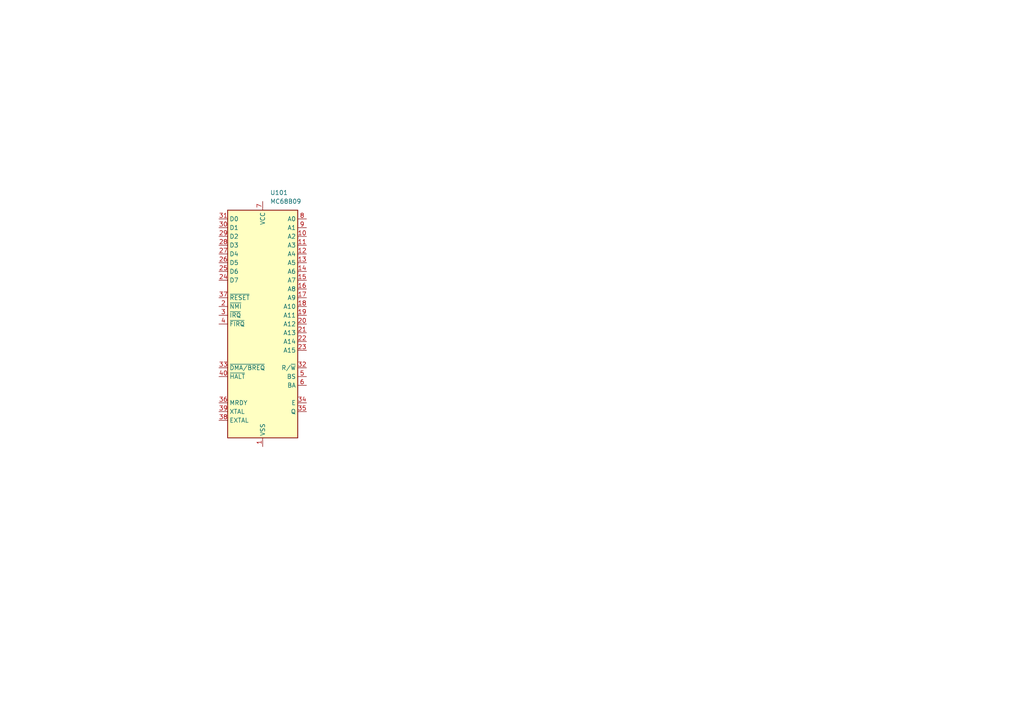
<source format=kicad_sch>
(kicad_sch (version 20250114) (generator "eeschema") (generator_version "9.0")
  (paper "A4")
  (lib_symbols
    (symbol "CPU_NXP_6800:MC68B09"
      (property "Reference" "U" (at -7.62 34.29 0))
      (property "Value" "MC68B09" (at 10.16 34.29 0))
      (symbol "MC68B09_0_1"
        (rectangle (start -10.16 -33.02) (end 10.16 33.02) (stroke (width 0.254)) (fill (type background)))
      )
      (symbol "MC68B09_1_1"
        (pin bidirectional line (at -12.7 30.48 0) (length 2.54) (name "D0") (number "31"))
        (pin bidirectional line (at -12.7 27.94 0) (length 2.54) (name "D1") (number "30"))
        (pin bidirectional line (at -12.7 25.4 0) (length 2.54) (name "D2") (number "29"))
        (pin bidirectional line (at -12.7 22.86 0) (length 2.54) (name "D3") (number "28"))
        (pin bidirectional line (at -12.7 20.32 0) (length 2.54) (name "D4") (number "27"))
        (pin bidirectional line (at -12.7 17.78 0) (length 2.54) (name "D5") (number "26"))
        (pin bidirectional line (at -12.7 15.24 0) (length 2.54) (name "D6") (number "25"))
        (pin bidirectional line (at -12.7 12.7 0) (length 2.54) (name "D7") (number "24"))
        (pin input line (at -12.7 7.62 0) (length 2.54) (name "~{RESET}") (number "37"))
        (pin input line (at -12.7 5.08 0) (length 2.54) (name "~{NMI}") (number "2"))
        (pin input line (at -12.7 2.54 0) (length 2.54) (name "~{IRQ}") (number "3"))
        (pin input line (at -12.7 0 0) (length 2.54) (name "~{FIRQ}") (number "4"))
        (pin input line (at -12.7 -12.7 0) (length 2.54) (name "~{DMA/BREQ}") (number "33"))
        (pin input line (at -12.7 -15.24 0) (length 2.54) (name "~{HALT}") (number "40"))
        (pin input line (at -12.7 -22.86 0) (length 2.54) (name "MRDY") (number "36"))
        (pin input line (at -12.7 -25.4 0) (length 2.54) (name "XTAL") (number "39"))
        (pin input line (at -12.7 -27.94 0) (length 2.54) (name "EXTAL") (number "38"))
        (pin power_in line (at 0 35.56 270) (length 2.54) (name "VCC") (number "7"))
        (pin power_in line (at 0 -35.56 90) (length 2.54) (name "VSS") (number "1"))
        (pin output line (at 12.7 30.48 180) (length 2.54) (name "A0") (number "8"))
        (pin output line (at 12.7 27.94 180) (length 2.54) (name "A1") (number "9"))
        (pin output line (at 12.7 25.4 180) (length 2.54) (name "A2") (number "10"))
        (pin output line (at 12.7 22.86 180) (length 2.54) (name "A3") (number "11"))
        (pin output line (at 12.7 20.32 180) (length 2.54) (name "A4") (number "12"))
        (pin output line (at 12.7 17.78 180) (length 2.54) (name "A5") (number "13"))
        (pin output line (at 12.7 15.24 180) (length 2.54) (name "A6") (number "14"))
        (pin output line (at 12.7 12.7 180) (length 2.54) (name "A7") (number "15"))
        (pin output line (at 12.7 10.16 180) (length 2.54) (name "A8") (number "16"))
        (pin output line (at 12.7 7.62 180) (length 2.54) (name "A9") (number "17"))
        (pin output line (at 12.7 5.08 180) (length 2.54) (name "A10") (number "18"))
        (pin output line (at 12.7 2.54 180) (length 2.54) (name "A11") (number "19"))
        (pin output line (at 12.7 0 180) (length 2.54) (name "A12") (number "20"))
        (pin output line (at 12.7 -2.54 180) (length 2.54) (name "A13") (number "21"))
        (pin output line (at 12.7 -5.08 180) (length 2.54) (name "A14") (number "22"))
        (pin output line (at 12.7 -7.62 180) (length 2.54) (name "A15") (number "23"))
        (pin output line (at 12.7 -12.7 180) (length 2.54) (name "R/~{W}") (number "32"))
        (pin output line (at 12.7 -15.24 180) (length 2.54) (name "BS") (number "5"))
        (pin output line (at 12.7 -17.78 180) (length 2.54) (name "BA") (number "6"))
        (pin output line (at 12.7 -22.86 180) (length 2.54) (name "E") (number "34"))
        (pin output line (at 12.7 -25.4 180) (length 2.54) (name "Q") (number "35"))
      )
    )
  )
  (symbol (lib_id "CPU_NXP_6800:MC68B09") (at 76.2 93.98 0) (unit 1)
    (property "Reference" "U101" (at 78.3433 55.88 0) (effects (justify left)))
    (property "Value" "MC68B09" (at 78.3433 58.42 0) (effects (justify left)))
    (property "Footprint" "Package_DIP:DIP-40_W15.24mm" (effects (hide yes)))
    (property "Datasheet" "http://pdf.datasheetcatalog.com/datasheet/motorola/MC68B09S.pdf" (effects (hide yes)))
    (property "Description" "8-Bit Microprocessing unit 2.0MHz, DIP-40" (effects (hide yes)))
  )
)
</source>
